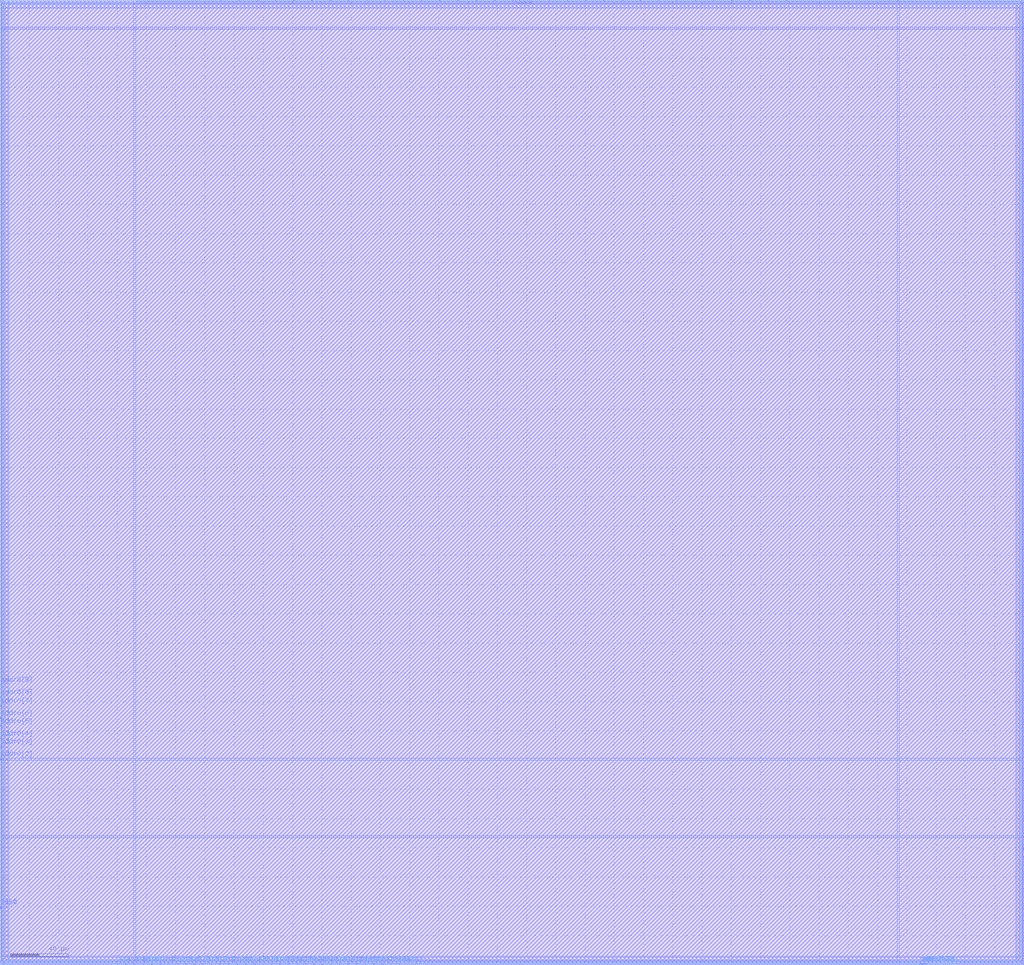
<source format=lef>
VERSION 5.4 ;
BUSBITCHARS "[]" ;
DIVIDERCHAR "/" ;
UNITS
  DATABASE MICRONS 1000 ;
END UNITS
MACRO sram_32_1024_sky130
   CLASS BLOCK ;
   SIZE 700.26 BY 659.97 ;
   SYMMETRY X Y R90 ;
   PIN din0[0]
      DIRECTION INPUT ;
      PORT
         LAYER met4 ;
         RECT  91.8 0.0 92.18 0.38 ;
      END
   END din0[0]
   PIN din0[1]
      DIRECTION INPUT ;
      PORT
         LAYER met4 ;
         RECT  97.64 0.0 98.02 0.38 ;
      END
   END din0[1]
   PIN din0[2]
      DIRECTION INPUT ;
      PORT
         LAYER met4 ;
         RECT  103.48 0.0 103.86 0.38 ;
      END
   END din0[2]
   PIN din0[3]
      DIRECTION INPUT ;
      PORT
         LAYER met4 ;
         RECT  109.32 0.0 109.7 0.38 ;
      END
   END din0[3]
   PIN din0[4]
      DIRECTION INPUT ;
      PORT
         LAYER met4 ;
         RECT  115.16 0.0 115.54 0.38 ;
      END
   END din0[4]
   PIN din0[5]
      DIRECTION INPUT ;
      PORT
         LAYER met4 ;
         RECT  121.0 0.0 121.38 0.38 ;
      END
   END din0[5]
   PIN din0[6]
      DIRECTION INPUT ;
      PORT
         LAYER met4 ;
         RECT  126.84 0.0 127.22 0.38 ;
      END
   END din0[6]
   PIN din0[7]
      DIRECTION INPUT ;
      PORT
         LAYER met4 ;
         RECT  132.68 0.0 133.06 0.38 ;
      END
   END din0[7]
   PIN din0[8]
      DIRECTION INPUT ;
      PORT
         LAYER met4 ;
         RECT  138.52 0.0 138.9 0.38 ;
      END
   END din0[8]
   PIN din0[9]
      DIRECTION INPUT ;
      PORT
         LAYER met4 ;
         RECT  144.36 0.0 144.74 0.38 ;
      END
   END din0[9]
   PIN din0[10]
      DIRECTION INPUT ;
      PORT
         LAYER met4 ;
         RECT  150.2 0.0 150.58 0.38 ;
      END
   END din0[10]
   PIN din0[11]
      DIRECTION INPUT ;
      PORT
         LAYER met4 ;
         RECT  156.04 0.0 156.42 0.38 ;
      END
   END din0[11]
   PIN din0[12]
      DIRECTION INPUT ;
      PORT
         LAYER met4 ;
         RECT  161.88 0.0 162.26 0.38 ;
      END
   END din0[12]
   PIN din0[13]
      DIRECTION INPUT ;
      PORT
         LAYER met4 ;
         RECT  167.72 0.0 168.1 0.38 ;
      END
   END din0[13]
   PIN din0[14]
      DIRECTION INPUT ;
      PORT
         LAYER met4 ;
         RECT  173.56 0.0 173.94 0.38 ;
      END
   END din0[14]
   PIN din0[15]
      DIRECTION INPUT ;
      PORT
         LAYER met4 ;
         RECT  179.4 0.0 179.78 0.38 ;
      END
   END din0[15]
   PIN din0[16]
      DIRECTION INPUT ;
      PORT
         LAYER met4 ;
         RECT  185.24 0.0 185.62 0.38 ;
      END
   END din0[16]
   PIN din0[17]
      DIRECTION INPUT ;
      PORT
         LAYER met4 ;
         RECT  191.08 0.0 191.46 0.38 ;
      END
   END din0[17]
   PIN din0[18]
      DIRECTION INPUT ;
      PORT
         LAYER met4 ;
         RECT  196.92 0.0 197.3 0.38 ;
      END
   END din0[18]
   PIN din0[19]
      DIRECTION INPUT ;
      PORT
         LAYER met4 ;
         RECT  202.76 0.0 203.14 0.38 ;
      END
   END din0[19]
   PIN din0[20]
      DIRECTION INPUT ;
      PORT
         LAYER met4 ;
         RECT  208.6 0.0 208.98 0.38 ;
      END
   END din0[20]
   PIN din0[21]
      DIRECTION INPUT ;
      PORT
         LAYER met4 ;
         RECT  214.44 0.0 214.82 0.38 ;
      END
   END din0[21]
   PIN din0[22]
      DIRECTION INPUT ;
      PORT
         LAYER met4 ;
         RECT  220.28 0.0 220.66 0.38 ;
      END
   END din0[22]
   PIN din0[23]
      DIRECTION INPUT ;
      PORT
         LAYER met4 ;
         RECT  226.12 0.0 226.5 0.38 ;
      END
   END din0[23]
   PIN din0[24]
      DIRECTION INPUT ;
      PORT
         LAYER met4 ;
         RECT  231.96 0.0 232.34 0.38 ;
      END
   END din0[24]
   PIN din0[25]
      DIRECTION INPUT ;
      PORT
         LAYER met4 ;
         RECT  237.8 0.0 238.18 0.38 ;
      END
   END din0[25]
   PIN din0[26]
      DIRECTION INPUT ;
      PORT
         LAYER met4 ;
         RECT  243.64 0.0 244.02 0.38 ;
      END
   END din0[26]
   PIN din0[27]
      DIRECTION INPUT ;
      PORT
         LAYER met4 ;
         RECT  249.48 0.0 249.86 0.38 ;
      END
   END din0[27]
   PIN din0[28]
      DIRECTION INPUT ;
      PORT
         LAYER met4 ;
         RECT  255.32 0.0 255.7 0.38 ;
      END
   END din0[28]
   PIN din0[29]
      DIRECTION INPUT ;
      PORT
         LAYER met4 ;
         RECT  261.16 0.0 261.54 0.38 ;
      END
   END din0[29]
   PIN din0[30]
      DIRECTION INPUT ;
      PORT
         LAYER met4 ;
         RECT  267.0 0.0 267.38 0.38 ;
      END
   END din0[30]
   PIN din0[31]
      DIRECTION INPUT ;
      PORT
         LAYER met4 ;
         RECT  272.84 0.0 273.22 0.38 ;
      END
   END din0[31]
   PIN addr0[0]
      DIRECTION INPUT ;
      PORT
         LAYER met4 ;
         RECT  80.12 0.0 80.5 0.38 ;
      END
   END addr0[0]
   PIN addr0[1]
      DIRECTION INPUT ;
      PORT
         LAYER met4 ;
         RECT  85.96 0.0 86.34 0.38 ;
      END
   END addr0[1]
   PIN addr0[2]
      DIRECTION INPUT ;
      PORT
         LAYER met3 ;
         RECT  0.0 140.35 0.38 140.73 ;
      END
   END addr0[2]
   PIN addr0[3]
      DIRECTION INPUT ;
      PORT
         LAYER met3 ;
         RECT  0.0 148.85 0.38 149.23 ;
      END
   END addr0[3]
   PIN addr0[4]
      DIRECTION INPUT ;
      PORT
         LAYER met3 ;
         RECT  0.0 154.49 0.38 154.87 ;
      END
   END addr0[4]
   PIN addr0[5]
      DIRECTION INPUT ;
      PORT
         LAYER met3 ;
         RECT  0.0 162.99 0.38 163.37 ;
      END
   END addr0[5]
   PIN addr0[6]
      DIRECTION INPUT ;
      PORT
         LAYER met3 ;
         RECT  0.0 168.385 0.38 168.765 ;
      END
   END addr0[6]
   PIN addr0[7]
      DIRECTION INPUT ;
      PORT
         LAYER met3 ;
         RECT  0.0 176.785 0.38 177.165 ;
      END
   END addr0[7]
   PIN addr0[8]
      DIRECTION INPUT ;
      PORT
         LAYER met3 ;
         RECT  0.0 182.77 0.38 183.15 ;
      END
   END addr0[8]
   PIN addr0[9]
      DIRECTION INPUT ;
      PORT
         LAYER met3 ;
         RECT  0.0 191.27 0.38 191.65 ;
      END
   END addr0[9]
   PIN addr1[0]
      DIRECTION INPUT ;
      PORT
         LAYER met4 ;
         RECT  613.92 659.59 614.3 659.97 ;
      END
   END addr1[0]
   PIN addr1[1]
      DIRECTION INPUT ;
      PORT
         LAYER met4 ;
         RECT  608.08 659.59 608.46 659.97 ;
      END
   END addr1[1]
   PIN addr1[2]
      DIRECTION INPUT ;
      PORT
         LAYER met3 ;
         RECT  699.88 87.31 700.26 87.69 ;
      END
   END addr1[2]
   PIN addr1[3]
      DIRECTION INPUT ;
      PORT
         LAYER met3 ;
         RECT  699.88 78.81 700.26 79.19 ;
      END
   END addr1[3]
   PIN addr1[4]
      DIRECTION INPUT ;
      PORT
         LAYER met3 ;
         RECT  699.88 73.17 700.26 73.55 ;
      END
   END addr1[4]
   PIN addr1[5]
      DIRECTION INPUT ;
      PORT
         LAYER met4 ;
         RECT  629.315 0.0 629.695 0.38 ;
      END
   END addr1[5]
   PIN addr1[6]
      DIRECTION INPUT ;
      PORT
         LAYER met4 ;
         RECT  632.98 0.0 633.36 0.38 ;
      END
   END addr1[6]
   PIN addr1[7]
      DIRECTION INPUT ;
      PORT
         LAYER met4 ;
         RECT  630.005 0.0 630.385 0.38 ;
      END
   END addr1[7]
   PIN addr1[8]
      DIRECTION INPUT ;
      PORT
         LAYER met4 ;
         RECT  630.695 0.0 631.075 0.38 ;
      END
   END addr1[8]
   PIN addr1[9]
      DIRECTION INPUT ;
      PORT
         LAYER met4 ;
         RECT  631.44 0.0 631.82 0.38 ;
      END
   END addr1[9]
   PIN csb0
      DIRECTION INPUT ;
      PORT
         LAYER met3 ;
         RECT  0.0 38.64 0.38 39.02 ;
      END
   END csb0
   PIN csb1
      DIRECTION INPUT ;
      PORT
         LAYER met3 ;
         RECT  699.88 640.275 700.26 640.655 ;
      END
   END csb1
   PIN clk0
      DIRECTION INPUT ;
      PORT
         LAYER met3 ;
         RECT  0.0 39.385 0.38 39.765 ;
      END
   END clk0
   PIN clk1
      DIRECTION INPUT ;
      PORT
         LAYER met4 ;
         RECT  669.62 659.59 670.0 659.97 ;
      END
   END clk1
   PIN dout1[0]
      DIRECTION OUTPUT ;
      PORT
         LAYER met4 ;
         RECT  150.685 659.59 151.065 659.97 ;
      END
   END dout1[0]
   PIN dout1[1]
      DIRECTION OUTPUT ;
      PORT
         LAYER met4 ;
         RECT  163.165 659.59 163.545 659.97 ;
      END
   END dout1[1]
   PIN dout1[2]
      DIRECTION OUTPUT ;
      PORT
         LAYER met4 ;
         RECT  175.645 659.59 176.025 659.97 ;
      END
   END dout1[2]
   PIN dout1[3]
      DIRECTION OUTPUT ;
      PORT
         LAYER met4 ;
         RECT  188.125 659.59 188.505 659.97 ;
      END
   END dout1[3]
   PIN dout1[4]
      DIRECTION OUTPUT ;
      PORT
         LAYER met4 ;
         RECT  200.605 659.59 200.985 659.97 ;
      END
   END dout1[4]
   PIN dout1[5]
      DIRECTION OUTPUT ;
      PORT
         LAYER met4 ;
         RECT  213.085 659.59 213.465 659.97 ;
      END
   END dout1[5]
   PIN dout1[6]
      DIRECTION OUTPUT ;
      PORT
         LAYER met4 ;
         RECT  225.565 659.59 225.945 659.97 ;
      END
   END dout1[6]
   PIN dout1[7]
      DIRECTION OUTPUT ;
      PORT
         LAYER met4 ;
         RECT  238.045 659.59 238.425 659.97 ;
      END
   END dout1[7]
   PIN dout1[8]
      DIRECTION OUTPUT ;
      PORT
         LAYER met4 ;
         RECT  250.525 659.59 250.905 659.97 ;
      END
   END dout1[8]
   PIN dout1[9]
      DIRECTION OUTPUT ;
      PORT
         LAYER met4 ;
         RECT  263.005 659.59 263.385 659.97 ;
      END
   END dout1[9]
   PIN dout1[10]
      DIRECTION OUTPUT ;
      PORT
         LAYER met4 ;
         RECT  275.485 659.59 275.865 659.97 ;
      END
   END dout1[10]
   PIN dout1[11]
      DIRECTION OUTPUT ;
      PORT
         LAYER met4 ;
         RECT  287.965 659.59 288.345 659.97 ;
      END
   END dout1[11]
   PIN dout1[12]
      DIRECTION OUTPUT ;
      PORT
         LAYER met4 ;
         RECT  300.445 659.59 300.825 659.97 ;
      END
   END dout1[12]
   PIN dout1[13]
      DIRECTION OUTPUT ;
      PORT
         LAYER met4 ;
         RECT  312.925 659.59 313.305 659.97 ;
      END
   END dout1[13]
   PIN dout1[14]
      DIRECTION OUTPUT ;
      PORT
         LAYER met4 ;
         RECT  325.405 659.59 325.785 659.97 ;
      END
   END dout1[14]
   PIN dout1[15]
      DIRECTION OUTPUT ;
      PORT
         LAYER met4 ;
         RECT  337.885 659.59 338.265 659.97 ;
      END
   END dout1[15]
   PIN dout1[16]
      DIRECTION OUTPUT ;
      PORT
         LAYER met4 ;
         RECT  350.365 659.59 350.745 659.97 ;
      END
   END dout1[16]
   PIN dout1[17]
      DIRECTION OUTPUT ;
      PORT
         LAYER met4 ;
         RECT  362.845 659.59 363.225 659.97 ;
      END
   END dout1[17]
   PIN dout1[18]
      DIRECTION OUTPUT ;
      PORT
         LAYER met4 ;
         RECT  375.325 659.59 375.705 659.97 ;
      END
   END dout1[18]
   PIN dout1[19]
      DIRECTION OUTPUT ;
      PORT
         LAYER met4 ;
         RECT  387.805 659.59 388.185 659.97 ;
      END
   END dout1[19]
   PIN dout1[20]
      DIRECTION OUTPUT ;
      PORT
         LAYER met4 ;
         RECT  400.285 659.59 400.665 659.97 ;
      END
   END dout1[20]
   PIN dout1[21]
      DIRECTION OUTPUT ;
      PORT
         LAYER met4 ;
         RECT  412.765 659.59 413.145 659.97 ;
      END
   END dout1[21]
   PIN dout1[22]
      DIRECTION OUTPUT ;
      PORT
         LAYER met4 ;
         RECT  425.245 659.59 425.625 659.97 ;
      END
   END dout1[22]
   PIN dout1[23]
      DIRECTION OUTPUT ;
      PORT
         LAYER met4 ;
         RECT  437.725 659.59 438.105 659.97 ;
      END
   END dout1[23]
   PIN dout1[24]
      DIRECTION OUTPUT ;
      PORT
         LAYER met4 ;
         RECT  450.205 659.59 450.585 659.97 ;
      END
   END dout1[24]
   PIN dout1[25]
      DIRECTION OUTPUT ;
      PORT
         LAYER met4 ;
         RECT  462.685 659.59 463.065 659.97 ;
      END
   END dout1[25]
   PIN dout1[26]
      DIRECTION OUTPUT ;
      PORT
         LAYER met4 ;
         RECT  475.165 659.59 475.545 659.97 ;
      END
   END dout1[26]
   PIN dout1[27]
      DIRECTION OUTPUT ;
      PORT
         LAYER met4 ;
         RECT  487.645 659.59 488.025 659.97 ;
      END
   END dout1[27]
   PIN dout1[28]
      DIRECTION OUTPUT ;
      PORT
         LAYER met4 ;
         RECT  500.125 659.59 500.505 659.97 ;
      END
   END dout1[28]
   PIN dout1[29]
      DIRECTION OUTPUT ;
      PORT
         LAYER met4 ;
         RECT  512.605 659.59 512.985 659.97 ;
      END
   END dout1[29]
   PIN dout1[30]
      DIRECTION OUTPUT ;
      PORT
         LAYER met4 ;
         RECT  525.085 659.59 525.465 659.97 ;
      END
   END dout1[30]
   PIN dout1[31]
      DIRECTION OUTPUT ;
      PORT
         LAYER met4 ;
         RECT  537.565 659.59 537.945 659.97 ;
      END
   END dout1[31]
   PIN vccd1
      DIRECTION INOUT ;
      USE POWER ; 
      SHAPE ABUTMENT ; 
      PORT
         LAYER met3 ;
         RECT  0.0 0.0 700.26 1.74 ;
         LAYER met3 ;
         RECT  0.0 658.23 700.26 659.97 ;
         LAYER met4 ;
         RECT  0.0 0.0 1.74 659.97 ;
         LAYER met4 ;
         RECT  698.52 0.0 700.26 659.97 ;
      END
   END vccd1
   PIN vssd1
      DIRECTION INOUT ;
      USE GROUND ; 
      SHAPE ABUTMENT ; 
      PORT
         LAYER met4 ;
         RECT  3.48 3.48 5.22 656.49 ;
         LAYER met4 ;
         RECT  695.04 3.48 696.78 656.49 ;
         LAYER met3 ;
         RECT  3.48 3.48 696.78 5.22 ;
         LAYER met3 ;
         RECT  3.48 654.75 696.78 656.49 ;
      END
   END vssd1
   OBS
   LAYER  met1 ;
      RECT  0.62 0.62 699.64 659.35 ;
   LAYER  met2 ;
      RECT  0.62 0.62 699.64 659.35 ;
   LAYER  met3 ;
      RECT  0.98 139.75 699.64 141.33 ;
      RECT  0.62 141.33 0.98 148.25 ;
      RECT  0.62 149.83 0.98 153.89 ;
      RECT  0.62 155.47 0.98 162.39 ;
      RECT  0.62 163.97 0.98 167.785 ;
      RECT  0.62 169.365 0.98 176.185 ;
      RECT  0.62 177.765 0.98 182.17 ;
      RECT  0.62 183.75 0.98 190.67 ;
      RECT  0.98 86.71 699.28 88.29 ;
      RECT  0.98 88.29 699.28 139.75 ;
      RECT  699.28 88.29 699.64 139.75 ;
      RECT  699.28 79.79 699.64 86.71 ;
      RECT  699.28 74.15 699.64 78.21 ;
      RECT  0.98 141.33 699.28 639.675 ;
      RECT  0.98 639.675 699.28 641.255 ;
      RECT  699.28 141.33 699.64 639.675 ;
      RECT  0.62 40.365 0.98 139.75 ;
      RECT  699.28 2.34 699.64 72.57 ;
      RECT  0.62 2.34 0.98 38.04 ;
      RECT  0.62 192.25 0.98 657.63 ;
      RECT  699.28 641.255 699.64 657.63 ;
      RECT  0.98 2.34 2.88 2.88 ;
      RECT  0.98 2.88 2.88 5.82 ;
      RECT  0.98 5.82 2.88 86.71 ;
      RECT  2.88 2.34 697.38 2.88 ;
      RECT  2.88 5.82 697.38 86.71 ;
      RECT  697.38 2.34 699.28 2.88 ;
      RECT  697.38 2.88 699.28 5.82 ;
      RECT  697.38 5.82 699.28 86.71 ;
      RECT  0.98 641.255 2.88 654.15 ;
      RECT  0.98 654.15 2.88 657.09 ;
      RECT  0.98 657.09 2.88 657.63 ;
      RECT  2.88 641.255 697.38 654.15 ;
      RECT  2.88 657.09 697.38 657.63 ;
      RECT  697.38 641.255 699.28 654.15 ;
      RECT  697.38 654.15 699.28 657.09 ;
      RECT  697.38 657.09 699.28 657.63 ;
   LAYER  met4 ;
      RECT  91.2 0.98 92.78 659.35 ;
      RECT  92.78 0.62 97.04 0.98 ;
      RECT  98.62 0.62 102.88 0.98 ;
      RECT  104.46 0.62 108.72 0.98 ;
      RECT  110.3 0.62 114.56 0.98 ;
      RECT  116.14 0.62 120.4 0.98 ;
      RECT  121.98 0.62 126.24 0.98 ;
      RECT  127.82 0.62 132.08 0.98 ;
      RECT  133.66 0.62 137.92 0.98 ;
      RECT  139.5 0.62 143.76 0.98 ;
      RECT  145.34 0.62 149.6 0.98 ;
      RECT  151.18 0.62 155.44 0.98 ;
      RECT  157.02 0.62 161.28 0.98 ;
      RECT  162.86 0.62 167.12 0.98 ;
      RECT  168.7 0.62 172.96 0.98 ;
      RECT  174.54 0.62 178.8 0.98 ;
      RECT  180.38 0.62 184.64 0.98 ;
      RECT  186.22 0.62 190.48 0.98 ;
      RECT  192.06 0.62 196.32 0.98 ;
      RECT  197.9 0.62 202.16 0.98 ;
      RECT  203.74 0.62 208.0 0.98 ;
      RECT  209.58 0.62 213.84 0.98 ;
      RECT  215.42 0.62 219.68 0.98 ;
      RECT  221.26 0.62 225.52 0.98 ;
      RECT  227.1 0.62 231.36 0.98 ;
      RECT  232.94 0.62 237.2 0.98 ;
      RECT  238.78 0.62 243.04 0.98 ;
      RECT  244.62 0.62 248.88 0.98 ;
      RECT  250.46 0.62 254.72 0.98 ;
      RECT  256.3 0.62 260.56 0.98 ;
      RECT  262.14 0.62 266.4 0.98 ;
      RECT  267.98 0.62 272.24 0.98 ;
      RECT  81.1 0.62 85.36 0.98 ;
      RECT  86.94 0.62 91.2 0.98 ;
      RECT  92.78 0.98 613.32 658.99 ;
      RECT  613.32 0.98 614.9 658.99 ;
      RECT  609.06 658.99 613.32 659.35 ;
      RECT  273.82 0.62 628.715 0.98 ;
      RECT  614.9 658.99 669.02 659.35 ;
      RECT  92.78 658.99 150.085 659.35 ;
      RECT  151.665 658.99 162.565 659.35 ;
      RECT  164.145 658.99 175.045 659.35 ;
      RECT  176.625 658.99 187.525 659.35 ;
      RECT  189.105 658.99 200.005 659.35 ;
      RECT  201.585 658.99 212.485 659.35 ;
      RECT  214.065 658.99 224.965 659.35 ;
      RECT  226.545 658.99 237.445 659.35 ;
      RECT  239.025 658.99 249.925 659.35 ;
      RECT  251.505 658.99 262.405 659.35 ;
      RECT  263.985 658.99 274.885 659.35 ;
      RECT  276.465 658.99 287.365 659.35 ;
      RECT  288.945 658.99 299.845 659.35 ;
      RECT  301.425 658.99 312.325 659.35 ;
      RECT  313.905 658.99 324.805 659.35 ;
      RECT  326.385 658.99 337.285 659.35 ;
      RECT  338.865 658.99 349.765 659.35 ;
      RECT  351.345 658.99 362.245 659.35 ;
      RECT  363.825 658.99 374.725 659.35 ;
      RECT  376.305 658.99 387.205 659.35 ;
      RECT  388.785 658.99 399.685 659.35 ;
      RECT  401.265 658.99 412.165 659.35 ;
      RECT  413.745 658.99 424.645 659.35 ;
      RECT  426.225 658.99 437.125 659.35 ;
      RECT  438.705 658.99 449.605 659.35 ;
      RECT  451.185 658.99 462.085 659.35 ;
      RECT  463.665 658.99 474.565 659.35 ;
      RECT  476.145 658.99 487.045 659.35 ;
      RECT  488.625 658.99 499.525 659.35 ;
      RECT  501.105 658.99 512.005 659.35 ;
      RECT  513.585 658.99 524.485 659.35 ;
      RECT  526.065 658.99 536.965 659.35 ;
      RECT  538.545 658.99 607.48 659.35 ;
      RECT  2.34 0.62 79.52 0.98 ;
      RECT  633.96 0.62 697.92 0.98 ;
      RECT  670.6 658.99 697.92 659.35 ;
      RECT  2.34 0.98 2.88 2.88 ;
      RECT  2.34 2.88 2.88 657.09 ;
      RECT  2.34 657.09 2.88 659.35 ;
      RECT  2.88 0.98 5.82 2.88 ;
      RECT  2.88 657.09 5.82 659.35 ;
      RECT  5.82 0.98 91.2 2.88 ;
      RECT  5.82 2.88 91.2 657.09 ;
      RECT  5.82 657.09 91.2 659.35 ;
      RECT  614.9 0.98 694.44 2.88 ;
      RECT  614.9 2.88 694.44 657.09 ;
      RECT  614.9 657.09 694.44 658.99 ;
      RECT  694.44 0.98 697.38 2.88 ;
      RECT  694.44 657.09 697.38 658.99 ;
      RECT  697.38 0.98 697.92 2.88 ;
      RECT  697.38 2.88 697.92 657.09 ;
      RECT  697.38 657.09 697.92 658.99 ;
   END
END    sram_32_1024_sky130
END    LIBRARY

</source>
